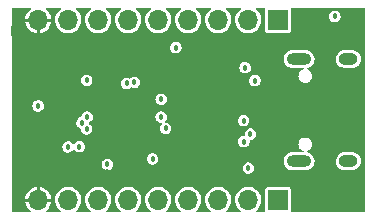
<source format=gbr>
%TF.GenerationSoftware,KiCad,Pcbnew,(6.0.0)*%
%TF.CreationDate,2022-01-12T23:40:10-08:00*%
%TF.ProjectId,lofive-unchained,6c6f6669-7665-42d7-956e-636861696e65,rev?*%
%TF.SameCoordinates,Original*%
%TF.FileFunction,Copper,L2,Inr*%
%TF.FilePolarity,Positive*%
%FSLAX46Y46*%
G04 Gerber Fmt 4.6, Leading zero omitted, Abs format (unit mm)*
G04 Created by KiCad (PCBNEW (6.0.0)) date 2022-01-12 23:40:10*
%MOMM*%
%LPD*%
G01*
G04 APERTURE LIST*
%TA.AperFunction,ComponentPad*%
%ADD10O,2.100000X1.000000*%
%TD*%
%TA.AperFunction,ComponentPad*%
%ADD11O,1.600000X1.000000*%
%TD*%
%TA.AperFunction,ComponentPad*%
%ADD12R,1.700000X1.700000*%
%TD*%
%TA.AperFunction,ComponentPad*%
%ADD13O,1.700000X1.700000*%
%TD*%
%TA.AperFunction,ComponentPad*%
%ADD14R,0.500000X0.900000*%
%TD*%
%TA.AperFunction,ViaPad*%
%ADD15C,0.457200*%
%TD*%
G04 APERTURE END LIST*
D10*
%TO.N,Net-(J3-PadS1)*%
%TO.C,J3*%
X141453200Y-70612600D03*
X141453200Y-79252600D03*
D11*
X145633200Y-70612600D03*
X145633200Y-79252600D03*
%TD*%
D12*
%TO.N,VBUS*%
%TO.C,J1*%
X139690000Y-67310000D03*
D13*
%TO.N,+3V3*%
X137150000Y-67310000D03*
%TO.N,/EN*%
X134610000Y-67310000D03*
%TO.N,/GPIO20*%
X132070000Y-67310000D03*
%TO.N,/GPIO21*%
X129530000Y-67310000D03*
%TO.N,/GPIO2*%
X126990000Y-67310000D03*
%TO.N,/GPIO1*%
X124450000Y-67310000D03*
%TO.N,/GPIO0*%
X121910000Y-67310000D03*
%TO.N,GND*%
X119370000Y-67310000D03*
%TD*%
D12*
%TO.N,/GPIO10*%
%TO.C,J2*%
X139690000Y-82550000D03*
D13*
%TO.N,/GPIO9*%
X137150000Y-82550000D03*
%TO.N,/GPIO8*%
X134610000Y-82550000D03*
%TO.N,/GPIO7*%
X132070000Y-82550000D03*
%TO.N,/GPIO6*%
X129530000Y-82550000D03*
%TO.N,/GPIO5*%
X126990000Y-82550000D03*
%TO.N,/GPIO4*%
X124450000Y-82550000D03*
%TO.N,/GPIO3*%
X121910000Y-82550000D03*
%TO.N,GND*%
X119370000Y-82550000D03*
%TD*%
D14*
%TO.N,GND*%
%TO.C,AE1*%
X117348000Y-68258000D03*
%TD*%
D15*
%TO.N,GND*%
X123088400Y-73228200D03*
X124053600Y-73228200D03*
X129997200Y-79070200D03*
X117678200Y-73939400D03*
X125069600Y-77292200D03*
X123190000Y-83261200D03*
X144488000Y-68643400D03*
X136753600Y-74904600D03*
X120650000Y-83261200D03*
X117703600Y-74980800D03*
X119354600Y-73329800D03*
X144488000Y-82816600D03*
X117627400Y-82575400D03*
X118389400Y-76733400D03*
X118389400Y-80162400D03*
X117729000Y-77266800D03*
X117703600Y-79476600D03*
X118491000Y-69621400D03*
X117449600Y-69392800D03*
X121056400Y-71094600D03*
X117703600Y-72872600D03*
X135890000Y-83261200D03*
X131876800Y-78384400D03*
X134569200Y-79756000D03*
X117424200Y-67056000D03*
X120980200Y-72034400D03*
X127101600Y-69062600D03*
X118364000Y-73329800D03*
X123164600Y-66624200D03*
X118008400Y-68260000D03*
X121691400Y-76172200D03*
X134747000Y-74599800D03*
X130276600Y-71983600D03*
X122478800Y-72567800D03*
X131902200Y-74599800D03*
X117754400Y-76149200D03*
X118313200Y-72263000D03*
X130810000Y-83261200D03*
X117703600Y-71628000D03*
X128092200Y-77266800D03*
X134543800Y-69367400D03*
X125755400Y-83261200D03*
X125069600Y-74269600D03*
X139319000Y-78130400D03*
X126619000Y-75802882D03*
X133350000Y-83261200D03*
X135864600Y-66624200D03*
X134747000Y-78359000D03*
X128270000Y-83261200D03*
X117703600Y-78308200D03*
X128244600Y-66624200D03*
X119176800Y-70129400D03*
X124561600Y-70231000D03*
X125730000Y-66624200D03*
X118364000Y-75565000D03*
X118364000Y-78917800D03*
X131114800Y-72161400D03*
X138125200Y-77190600D03*
X119862600Y-77063600D03*
X138607800Y-71475600D03*
X118389400Y-74447400D03*
X121843800Y-71932800D03*
X137160000Y-78841600D03*
X133324600Y-76454000D03*
X133324600Y-66624200D03*
X128117600Y-74244892D03*
X120624600Y-66624200D03*
X119354600Y-68986400D03*
X118414800Y-81432400D03*
X120370600Y-70459600D03*
X120370600Y-74193400D03*
X130784600Y-66624200D03*
X131013200Y-70637400D03*
X118389400Y-77800200D03*
X117678200Y-80772000D03*
X125223965Y-80178356D03*
X122301000Y-69977000D03*
X119964200Y-76172200D03*
X140030200Y-71145400D03*
%TO.N,+3V3*%
X129043600Y-79058600D03*
X121894600Y-78054200D03*
X131013200Y-69646800D03*
X123469400Y-72415400D03*
X137718800Y-72440800D03*
X136880500Y-71348700D03*
X125216299Y-79521698D03*
X119354600Y-74572000D03*
%TO.N,/EN*%
X144475200Y-67005200D03*
X122859800Y-78028800D03*
%TO.N,/GPIO0*%
X123507678Y-75511927D03*
%TO.N,/GPIO1*%
X123074500Y-76005500D03*
%TO.N,/GPIO2*%
X123469400Y-76530200D03*
%TO.N,/GPIO9*%
X137160000Y-79832200D03*
%TO.N,/GPIO20*%
X127498035Y-72577811D03*
%TO.N,/GPIO21*%
X126849240Y-72679411D03*
%TO.N,Net-(U1-Pad20)*%
X136753600Y-75819000D03*
X130150022Y-76481315D03*
%TO.N,Net-(U1-Pad21)*%
X137337800Y-76962000D03*
X129768600Y-75511906D03*
%TO.N,Net-(U1-Pad24)*%
X136779000Y-77597000D03*
X129768600Y-74015600D03*
%TD*%
%TA.AperFunction,Conductor*%
%TO.N,GND*%
G36*
X118735259Y-66312306D02*
G01*
X118753565Y-66356500D01*
X118735259Y-66400694D01*
X118723023Y-66410212D01*
X118720770Y-66411553D01*
X118716148Y-66414911D01*
X118567910Y-66544912D01*
X118563983Y-66549050D01*
X118441913Y-66703895D01*
X118438809Y-66708674D01*
X118346998Y-66883177D01*
X118344819Y-66888437D01*
X118286346Y-67076752D01*
X118285162Y-67082322D01*
X118274707Y-67170655D01*
X118277290Y-67179811D01*
X118282984Y-67183000D01*
X120454629Y-67183000D01*
X120463419Y-67179359D01*
X120466125Y-67172826D01*
X120460426Y-67110805D01*
X120459385Y-67105187D01*
X120405867Y-66915424D01*
X120403824Y-66910102D01*
X120316616Y-66733261D01*
X120313630Y-66728389D01*
X120195664Y-66570414D01*
X120191841Y-66566169D01*
X120047060Y-66432334D01*
X120042525Y-66428854D01*
X120011626Y-66409358D01*
X119984018Y-66370294D01*
X119992119Y-66323149D01*
X120031183Y-66295541D01*
X120044977Y-66294000D01*
X121230086Y-66294000D01*
X121274280Y-66312306D01*
X121292586Y-66356500D01*
X121274280Y-66400694D01*
X121262044Y-66410212D01*
X121258010Y-66412612D01*
X121105392Y-66546455D01*
X121103616Y-66548708D01*
X121103615Y-66548709D01*
X121038629Y-66631144D01*
X120979720Y-66705869D01*
X120963215Y-66737240D01*
X120894305Y-66868216D01*
X120885203Y-66885515D01*
X120884356Y-66888242D01*
X120884355Y-66888245D01*
X120876828Y-66912487D01*
X120825007Y-67079378D01*
X120801148Y-67280964D01*
X120801336Y-67283828D01*
X120812509Y-67454300D01*
X120814424Y-67483522D01*
X120864392Y-67680269D01*
X120949377Y-67864616D01*
X121066533Y-68030389D01*
X121068587Y-68032390D01*
X121068588Y-68032391D01*
X121129924Y-68092141D01*
X121211938Y-68172035D01*
X121380720Y-68284812D01*
X121466056Y-68321475D01*
X121564588Y-68363808D01*
X121564590Y-68363809D01*
X121567228Y-68364942D01*
X121665484Y-68387175D01*
X121762426Y-68409111D01*
X121762429Y-68409111D01*
X121765216Y-68409742D01*
X121855164Y-68413276D01*
X121965193Y-68417600D01*
X121965197Y-68417600D01*
X121968053Y-68417712D01*
X122168945Y-68388584D01*
X122361165Y-68323334D01*
X122538276Y-68224147D01*
X122694345Y-68094345D01*
X122824147Y-67938276D01*
X122923334Y-67761165D01*
X122988584Y-67568945D01*
X123007715Y-67437000D01*
X123017449Y-67369869D01*
X123017449Y-67369864D01*
X123017712Y-67368053D01*
X123019232Y-67310000D01*
X123016303Y-67278116D01*
X123007228Y-67179359D01*
X123000658Y-67107859D01*
X122993456Y-67082322D01*
X122946335Y-66915244D01*
X122946333Y-66915240D01*
X122945557Y-66912487D01*
X122863601Y-66746295D01*
X122857044Y-66732999D01*
X122857043Y-66732998D01*
X122855776Y-66730428D01*
X122854058Y-66728127D01*
X122736037Y-66570078D01*
X122736036Y-66570076D01*
X122734320Y-66567779D01*
X122585258Y-66429987D01*
X122552563Y-66409358D01*
X122524955Y-66370294D01*
X122533056Y-66323149D01*
X122572120Y-66295541D01*
X122585914Y-66294000D01*
X123770086Y-66294000D01*
X123814280Y-66312306D01*
X123832586Y-66356500D01*
X123814280Y-66400694D01*
X123802044Y-66410212D01*
X123798010Y-66412612D01*
X123645392Y-66546455D01*
X123643616Y-66548708D01*
X123643615Y-66548709D01*
X123578629Y-66631144D01*
X123519720Y-66705869D01*
X123503215Y-66737240D01*
X123434305Y-66868216D01*
X123425203Y-66885515D01*
X123424356Y-66888242D01*
X123424355Y-66888245D01*
X123416828Y-66912487D01*
X123365007Y-67079378D01*
X123341148Y-67280964D01*
X123341336Y-67283828D01*
X123352509Y-67454300D01*
X123354424Y-67483522D01*
X123404392Y-67680269D01*
X123489377Y-67864616D01*
X123606533Y-68030389D01*
X123608587Y-68032390D01*
X123608588Y-68032391D01*
X123669924Y-68092141D01*
X123751938Y-68172035D01*
X123920720Y-68284812D01*
X124006056Y-68321475D01*
X124104588Y-68363808D01*
X124104590Y-68363809D01*
X124107228Y-68364942D01*
X124205484Y-68387175D01*
X124302426Y-68409111D01*
X124302429Y-68409111D01*
X124305216Y-68409742D01*
X124395164Y-68413276D01*
X124505193Y-68417600D01*
X124505197Y-68417600D01*
X124508053Y-68417712D01*
X124708945Y-68388584D01*
X124901165Y-68323334D01*
X125078276Y-68224147D01*
X125234345Y-68094345D01*
X125364147Y-67938276D01*
X125463334Y-67761165D01*
X125528584Y-67568945D01*
X125547715Y-67437000D01*
X125557449Y-67369869D01*
X125557449Y-67369864D01*
X125557712Y-67368053D01*
X125559232Y-67310000D01*
X125556303Y-67278116D01*
X125547228Y-67179359D01*
X125540658Y-67107859D01*
X125533456Y-67082322D01*
X125486335Y-66915244D01*
X125486333Y-66915240D01*
X125485557Y-66912487D01*
X125403601Y-66746295D01*
X125397044Y-66732999D01*
X125397043Y-66732998D01*
X125395776Y-66730428D01*
X125394058Y-66728127D01*
X125276037Y-66570078D01*
X125276036Y-66570076D01*
X125274320Y-66567779D01*
X125125258Y-66429987D01*
X125092563Y-66409358D01*
X125064955Y-66370294D01*
X125073056Y-66323149D01*
X125112120Y-66295541D01*
X125125914Y-66294000D01*
X126310086Y-66294000D01*
X126354280Y-66312306D01*
X126372586Y-66356500D01*
X126354280Y-66400694D01*
X126342044Y-66410212D01*
X126338010Y-66412612D01*
X126185392Y-66546455D01*
X126183616Y-66548708D01*
X126183615Y-66548709D01*
X126118629Y-66631144D01*
X126059720Y-66705869D01*
X126043215Y-66737240D01*
X125974305Y-66868216D01*
X125965203Y-66885515D01*
X125964356Y-66888242D01*
X125964355Y-66888245D01*
X125956828Y-66912487D01*
X125905007Y-67079378D01*
X125881148Y-67280964D01*
X125881336Y-67283828D01*
X125892509Y-67454300D01*
X125894424Y-67483522D01*
X125944392Y-67680269D01*
X126029377Y-67864616D01*
X126146533Y-68030389D01*
X126148587Y-68032390D01*
X126148588Y-68032391D01*
X126209924Y-68092141D01*
X126291938Y-68172035D01*
X126460720Y-68284812D01*
X126546056Y-68321475D01*
X126644588Y-68363808D01*
X126644590Y-68363809D01*
X126647228Y-68364942D01*
X126745484Y-68387175D01*
X126842426Y-68409111D01*
X126842429Y-68409111D01*
X126845216Y-68409742D01*
X126935164Y-68413276D01*
X127045193Y-68417600D01*
X127045197Y-68417600D01*
X127048053Y-68417712D01*
X127248945Y-68388584D01*
X127441165Y-68323334D01*
X127618276Y-68224147D01*
X127774345Y-68094345D01*
X127904147Y-67938276D01*
X128003334Y-67761165D01*
X128068584Y-67568945D01*
X128087715Y-67437000D01*
X128097449Y-67369869D01*
X128097449Y-67369864D01*
X128097712Y-67368053D01*
X128099232Y-67310000D01*
X128096303Y-67278116D01*
X128087228Y-67179359D01*
X128080658Y-67107859D01*
X128073456Y-67082322D01*
X128026335Y-66915244D01*
X128026333Y-66915240D01*
X128025557Y-66912487D01*
X127943601Y-66746295D01*
X127937044Y-66732999D01*
X127937043Y-66732998D01*
X127935776Y-66730428D01*
X127934058Y-66728127D01*
X127816037Y-66570078D01*
X127816036Y-66570076D01*
X127814320Y-66567779D01*
X127665258Y-66429987D01*
X127632563Y-66409358D01*
X127604955Y-66370294D01*
X127613056Y-66323149D01*
X127652120Y-66295541D01*
X127665914Y-66294000D01*
X128850086Y-66294000D01*
X128894280Y-66312306D01*
X128912586Y-66356500D01*
X128894280Y-66400694D01*
X128882044Y-66410212D01*
X128878010Y-66412612D01*
X128725392Y-66546455D01*
X128723616Y-66548708D01*
X128723615Y-66548709D01*
X128658629Y-66631144D01*
X128599720Y-66705869D01*
X128583215Y-66737240D01*
X128514305Y-66868216D01*
X128505203Y-66885515D01*
X128504356Y-66888242D01*
X128504355Y-66888245D01*
X128496828Y-66912487D01*
X128445007Y-67079378D01*
X128421148Y-67280964D01*
X128421336Y-67283828D01*
X128432509Y-67454300D01*
X128434424Y-67483522D01*
X128484392Y-67680269D01*
X128569377Y-67864616D01*
X128686533Y-68030389D01*
X128688587Y-68032390D01*
X128688588Y-68032391D01*
X128749924Y-68092141D01*
X128831938Y-68172035D01*
X129000720Y-68284812D01*
X129086056Y-68321475D01*
X129184588Y-68363808D01*
X129184590Y-68363809D01*
X129187228Y-68364942D01*
X129285484Y-68387175D01*
X129382426Y-68409111D01*
X129382429Y-68409111D01*
X129385216Y-68409742D01*
X129475164Y-68413276D01*
X129585193Y-68417600D01*
X129585197Y-68417600D01*
X129588053Y-68417712D01*
X129788945Y-68388584D01*
X129981165Y-68323334D01*
X130158276Y-68224147D01*
X130314345Y-68094345D01*
X130444147Y-67938276D01*
X130543334Y-67761165D01*
X130608584Y-67568945D01*
X130627715Y-67437000D01*
X130637449Y-67369869D01*
X130637449Y-67369864D01*
X130637712Y-67368053D01*
X130639232Y-67310000D01*
X130636303Y-67278116D01*
X130627228Y-67179359D01*
X130620658Y-67107859D01*
X130613456Y-67082322D01*
X130566335Y-66915244D01*
X130566333Y-66915240D01*
X130565557Y-66912487D01*
X130483601Y-66746295D01*
X130477044Y-66732999D01*
X130477043Y-66732998D01*
X130475776Y-66730428D01*
X130474058Y-66728127D01*
X130356037Y-66570078D01*
X130356036Y-66570076D01*
X130354320Y-66567779D01*
X130205258Y-66429987D01*
X130172563Y-66409358D01*
X130144955Y-66370294D01*
X130153056Y-66323149D01*
X130192120Y-66295541D01*
X130205914Y-66294000D01*
X131390086Y-66294000D01*
X131434280Y-66312306D01*
X131452586Y-66356500D01*
X131434280Y-66400694D01*
X131422044Y-66410212D01*
X131418010Y-66412612D01*
X131265392Y-66546455D01*
X131263616Y-66548708D01*
X131263615Y-66548709D01*
X131198629Y-66631144D01*
X131139720Y-66705869D01*
X131123215Y-66737240D01*
X131054305Y-66868216D01*
X131045203Y-66885515D01*
X131044356Y-66888242D01*
X131044355Y-66888245D01*
X131036828Y-66912487D01*
X130985007Y-67079378D01*
X130961148Y-67280964D01*
X130961336Y-67283828D01*
X130972509Y-67454300D01*
X130974424Y-67483522D01*
X131024392Y-67680269D01*
X131109377Y-67864616D01*
X131226533Y-68030389D01*
X131228587Y-68032390D01*
X131228588Y-68032391D01*
X131289924Y-68092141D01*
X131371938Y-68172035D01*
X131540720Y-68284812D01*
X131626056Y-68321475D01*
X131724588Y-68363808D01*
X131724590Y-68363809D01*
X131727228Y-68364942D01*
X131825484Y-68387175D01*
X131922426Y-68409111D01*
X131922429Y-68409111D01*
X131925216Y-68409742D01*
X132015164Y-68413276D01*
X132125193Y-68417600D01*
X132125197Y-68417600D01*
X132128053Y-68417712D01*
X132328945Y-68388584D01*
X132521165Y-68323334D01*
X132698276Y-68224147D01*
X132854345Y-68094345D01*
X132984147Y-67938276D01*
X133083334Y-67761165D01*
X133148584Y-67568945D01*
X133167715Y-67437000D01*
X133177449Y-67369869D01*
X133177449Y-67369864D01*
X133177712Y-67368053D01*
X133179232Y-67310000D01*
X133176303Y-67278116D01*
X133167228Y-67179359D01*
X133160658Y-67107859D01*
X133153456Y-67082322D01*
X133106335Y-66915244D01*
X133106333Y-66915240D01*
X133105557Y-66912487D01*
X133023601Y-66746295D01*
X133017044Y-66732999D01*
X133017043Y-66732998D01*
X133015776Y-66730428D01*
X133014058Y-66728127D01*
X132896037Y-66570078D01*
X132896036Y-66570076D01*
X132894320Y-66567779D01*
X132745258Y-66429987D01*
X132712563Y-66409358D01*
X132684955Y-66370294D01*
X132693056Y-66323149D01*
X132732120Y-66295541D01*
X132745914Y-66294000D01*
X133930086Y-66294000D01*
X133974280Y-66312306D01*
X133992586Y-66356500D01*
X133974280Y-66400694D01*
X133962044Y-66410212D01*
X133958010Y-66412612D01*
X133805392Y-66546455D01*
X133803616Y-66548708D01*
X133803615Y-66548709D01*
X133738629Y-66631144D01*
X133679720Y-66705869D01*
X133663215Y-66737240D01*
X133594305Y-66868216D01*
X133585203Y-66885515D01*
X133584356Y-66888242D01*
X133584355Y-66888245D01*
X133576828Y-66912487D01*
X133525007Y-67079378D01*
X133501148Y-67280964D01*
X133501336Y-67283828D01*
X133512509Y-67454300D01*
X133514424Y-67483522D01*
X133564392Y-67680269D01*
X133649377Y-67864616D01*
X133766533Y-68030389D01*
X133768587Y-68032390D01*
X133768588Y-68032391D01*
X133829924Y-68092141D01*
X133911938Y-68172035D01*
X134080720Y-68284812D01*
X134166056Y-68321475D01*
X134264588Y-68363808D01*
X134264590Y-68363809D01*
X134267228Y-68364942D01*
X134365484Y-68387175D01*
X134462426Y-68409111D01*
X134462429Y-68409111D01*
X134465216Y-68409742D01*
X134555164Y-68413276D01*
X134665193Y-68417600D01*
X134665197Y-68417600D01*
X134668053Y-68417712D01*
X134868945Y-68388584D01*
X135061165Y-68323334D01*
X135238276Y-68224147D01*
X135394345Y-68094345D01*
X135524147Y-67938276D01*
X135623334Y-67761165D01*
X135688584Y-67568945D01*
X135707715Y-67437000D01*
X135717449Y-67369869D01*
X135717449Y-67369864D01*
X135717712Y-67368053D01*
X135719232Y-67310000D01*
X135716303Y-67278116D01*
X135707228Y-67179359D01*
X135700658Y-67107859D01*
X135693456Y-67082322D01*
X135646335Y-66915244D01*
X135646333Y-66915240D01*
X135645557Y-66912487D01*
X135563601Y-66746295D01*
X135557044Y-66732999D01*
X135557043Y-66732998D01*
X135555776Y-66730428D01*
X135554058Y-66728127D01*
X135436037Y-66570078D01*
X135436036Y-66570076D01*
X135434320Y-66567779D01*
X135285258Y-66429987D01*
X135252563Y-66409358D01*
X135224955Y-66370294D01*
X135233056Y-66323149D01*
X135272120Y-66295541D01*
X135285914Y-66294000D01*
X136470086Y-66294000D01*
X136514280Y-66312306D01*
X136532586Y-66356500D01*
X136514280Y-66400694D01*
X136502044Y-66410212D01*
X136498010Y-66412612D01*
X136345392Y-66546455D01*
X136343616Y-66548708D01*
X136343615Y-66548709D01*
X136278629Y-66631144D01*
X136219720Y-66705869D01*
X136203215Y-66737240D01*
X136134305Y-66868216D01*
X136125203Y-66885515D01*
X136124356Y-66888242D01*
X136124355Y-66888245D01*
X136116828Y-66912487D01*
X136065007Y-67079378D01*
X136041148Y-67280964D01*
X136041336Y-67283828D01*
X136052509Y-67454300D01*
X136054424Y-67483522D01*
X136104392Y-67680269D01*
X136189377Y-67864616D01*
X136306533Y-68030389D01*
X136308587Y-68032390D01*
X136308588Y-68032391D01*
X136369924Y-68092141D01*
X136451938Y-68172035D01*
X136620720Y-68284812D01*
X136706056Y-68321475D01*
X136804588Y-68363808D01*
X136804590Y-68363809D01*
X136807228Y-68364942D01*
X136905484Y-68387175D01*
X137002426Y-68409111D01*
X137002429Y-68409111D01*
X137005216Y-68409742D01*
X137095164Y-68413276D01*
X137205193Y-68417600D01*
X137205197Y-68417600D01*
X137208053Y-68417712D01*
X137408945Y-68388584D01*
X137601165Y-68323334D01*
X137778276Y-68224147D01*
X137934345Y-68094345D01*
X138064147Y-67938276D01*
X138163334Y-67761165D01*
X138228584Y-67568945D01*
X138247715Y-67437000D01*
X138257449Y-67369869D01*
X138257449Y-67369864D01*
X138257712Y-67368053D01*
X138259232Y-67310000D01*
X138256303Y-67278116D01*
X138247228Y-67179359D01*
X138240658Y-67107859D01*
X138233456Y-67082322D01*
X138186335Y-66915244D01*
X138186333Y-66915240D01*
X138185557Y-66912487D01*
X138103601Y-66746295D01*
X138097044Y-66732999D01*
X138097043Y-66732998D01*
X138095776Y-66730428D01*
X138094058Y-66728127D01*
X137976037Y-66570078D01*
X137976036Y-66570076D01*
X137974320Y-66567779D01*
X137825258Y-66429987D01*
X137792563Y-66409358D01*
X137764955Y-66370294D01*
X137773056Y-66323149D01*
X137812120Y-66295541D01*
X137825914Y-66294000D01*
X138537377Y-66294000D01*
X138581571Y-66312306D01*
X138599877Y-66356500D01*
X138598676Y-66368692D01*
X138595709Y-66383606D01*
X138589483Y-66414911D01*
X138585500Y-66434933D01*
X138585501Y-68185066D01*
X138586100Y-68188075D01*
X138586100Y-68188080D01*
X138592909Y-68222313D01*
X138600266Y-68259301D01*
X138656516Y-68343484D01*
X138661633Y-68346903D01*
X138735580Y-68396314D01*
X138735582Y-68396315D01*
X138740699Y-68399734D01*
X138771572Y-68405875D01*
X138811920Y-68413901D01*
X138811923Y-68413901D01*
X138814933Y-68414500D01*
X139690000Y-68414500D01*
X140565066Y-68414499D01*
X140568075Y-68413900D01*
X140568080Y-68413900D01*
X140633263Y-68400935D01*
X140639301Y-68399734D01*
X140723484Y-68343484D01*
X140761931Y-68285945D01*
X140776314Y-68264420D01*
X140776315Y-68264418D01*
X140779734Y-68259301D01*
X140794500Y-68185067D01*
X140794499Y-66999237D01*
X143987168Y-66999237D01*
X143987745Y-67003650D01*
X143987745Y-67003651D01*
X143989507Y-67017125D01*
X144005111Y-67136451D01*
X144060844Y-67263114D01*
X144149887Y-67369043D01*
X144153592Y-67371509D01*
X144153594Y-67371511D01*
X144245643Y-67432784D01*
X144265081Y-67445723D01*
X144397167Y-67486990D01*
X144401617Y-67487072D01*
X144401620Y-67487072D01*
X144531079Y-67489444D01*
X144531082Y-67489444D01*
X144535526Y-67489525D01*
X144594951Y-67473324D01*
X144664734Y-67454300D01*
X144664737Y-67454299D01*
X144669035Y-67453127D01*
X144672831Y-67450796D01*
X144672834Y-67450795D01*
X144783164Y-67383051D01*
X144786962Y-67380719D01*
X144879827Y-67278124D01*
X144940164Y-67153589D01*
X144943048Y-67136451D01*
X144962722Y-67019501D01*
X144963122Y-67017125D01*
X144963268Y-67005200D01*
X144943650Y-66868216D01*
X144886374Y-66742243D01*
X144796044Y-66637410D01*
X144679921Y-66562143D01*
X144547341Y-66522493D01*
X144478152Y-66522071D01*
X144413415Y-66521675D01*
X144413414Y-66521675D01*
X144408962Y-66521648D01*
X144275907Y-66559675D01*
X144158873Y-66633518D01*
X144155930Y-66636850D01*
X144155928Y-66636852D01*
X144070783Y-66733261D01*
X144067269Y-66737240D01*
X144065377Y-66741270D01*
X144010350Y-66858472D01*
X144010349Y-66858475D01*
X144008458Y-66862503D01*
X143987168Y-66999237D01*
X140794499Y-66999237D01*
X140794499Y-66434934D01*
X140793516Y-66429987D01*
X140781324Y-66368692D01*
X140790657Y-66321776D01*
X140830431Y-66295201D01*
X140842623Y-66294000D01*
X147003500Y-66294000D01*
X147047694Y-66312306D01*
X147066000Y-66356500D01*
X147066000Y-83503500D01*
X147047694Y-83547694D01*
X147003500Y-83566000D01*
X140842623Y-83566000D01*
X140798429Y-83547694D01*
X140780123Y-83503500D01*
X140781324Y-83491307D01*
X140793901Y-83428080D01*
X140793901Y-83428077D01*
X140794500Y-83425067D01*
X140794499Y-81674934D01*
X140793516Y-81669987D01*
X140780935Y-81606737D01*
X140779734Y-81600699D01*
X140723484Y-81516516D01*
X140703452Y-81503131D01*
X140644420Y-81463686D01*
X140644418Y-81463685D01*
X140639301Y-81460266D01*
X140603139Y-81453073D01*
X140568080Y-81446099D01*
X140568077Y-81446099D01*
X140565067Y-81445500D01*
X140561996Y-81445500D01*
X139690001Y-81445501D01*
X138814934Y-81445501D01*
X138811925Y-81446100D01*
X138811920Y-81446100D01*
X138746737Y-81459065D01*
X138740699Y-81460266D01*
X138656516Y-81516516D01*
X138653097Y-81521633D01*
X138625326Y-81563195D01*
X138600266Y-81600699D01*
X138599065Y-81606737D01*
X138599065Y-81606738D01*
X138589483Y-81654911D01*
X138585500Y-81674933D01*
X138585501Y-83425066D01*
X138586100Y-83428075D01*
X138586100Y-83428080D01*
X138598676Y-83491308D01*
X138589343Y-83538224D01*
X138549569Y-83564799D01*
X138537377Y-83566000D01*
X137828700Y-83566000D01*
X137784506Y-83547694D01*
X137766200Y-83503500D01*
X137784506Y-83459306D01*
X137788719Y-83455462D01*
X137934345Y-83334345D01*
X138064147Y-83178276D01*
X138163334Y-83001165D01*
X138228584Y-82808945D01*
X138257712Y-82608053D01*
X138259232Y-82550000D01*
X138256303Y-82518116D01*
X138247228Y-82419359D01*
X138240658Y-82347859D01*
X138233456Y-82322322D01*
X138186335Y-82155244D01*
X138186333Y-82155240D01*
X138185557Y-82152487D01*
X138095776Y-81970428D01*
X138094058Y-81968127D01*
X137976037Y-81810078D01*
X137976036Y-81810076D01*
X137974320Y-81807779D01*
X137825258Y-81669987D01*
X137653581Y-81561667D01*
X137465039Y-81486446D01*
X137462233Y-81485888D01*
X137462230Y-81485887D01*
X137268752Y-81447402D01*
X137268750Y-81447402D01*
X137265946Y-81446844D01*
X137170353Y-81445593D01*
X137065833Y-81444224D01*
X137065828Y-81444224D01*
X137062971Y-81444187D01*
X137060151Y-81444672D01*
X137060146Y-81444672D01*
X136969397Y-81460266D01*
X136862910Y-81478564D01*
X136860222Y-81479556D01*
X136860217Y-81479557D01*
X136675151Y-81547832D01*
X136675148Y-81547833D01*
X136672463Y-81548824D01*
X136498010Y-81652612D01*
X136345392Y-81786455D01*
X136219720Y-81945869D01*
X136125203Y-82125515D01*
X136124356Y-82128242D01*
X136124355Y-82128245D01*
X136116828Y-82152487D01*
X136065007Y-82319378D01*
X136041148Y-82520964D01*
X136054424Y-82723522D01*
X136104392Y-82920269D01*
X136189377Y-83104616D01*
X136306533Y-83270389D01*
X136308587Y-83272390D01*
X136308588Y-83272391D01*
X136369924Y-83332141D01*
X136451938Y-83412035D01*
X136511051Y-83451533D01*
X136537627Y-83491307D01*
X136528295Y-83538223D01*
X136488521Y-83564799D01*
X136476328Y-83566000D01*
X135288700Y-83566000D01*
X135244506Y-83547694D01*
X135226200Y-83503500D01*
X135244506Y-83459306D01*
X135248719Y-83455462D01*
X135394345Y-83334345D01*
X135524147Y-83178276D01*
X135623334Y-83001165D01*
X135688584Y-82808945D01*
X135717712Y-82608053D01*
X135719232Y-82550000D01*
X135716303Y-82518116D01*
X135707228Y-82419359D01*
X135700658Y-82347859D01*
X135693456Y-82322322D01*
X135646335Y-82155244D01*
X135646333Y-82155240D01*
X135645557Y-82152487D01*
X135555776Y-81970428D01*
X135554058Y-81968127D01*
X135436037Y-81810078D01*
X135436036Y-81810076D01*
X135434320Y-81807779D01*
X135285258Y-81669987D01*
X135113581Y-81561667D01*
X134925039Y-81486446D01*
X134922233Y-81485888D01*
X134922230Y-81485887D01*
X134728752Y-81447402D01*
X134728750Y-81447402D01*
X134725946Y-81446844D01*
X134630353Y-81445593D01*
X134525833Y-81444224D01*
X134525828Y-81444224D01*
X134522971Y-81444187D01*
X134520151Y-81444672D01*
X134520146Y-81444672D01*
X134429397Y-81460266D01*
X134322910Y-81478564D01*
X134320222Y-81479556D01*
X134320217Y-81479557D01*
X134135151Y-81547832D01*
X134135148Y-81547833D01*
X134132463Y-81548824D01*
X133958010Y-81652612D01*
X133805392Y-81786455D01*
X133679720Y-81945869D01*
X133585203Y-82125515D01*
X133584356Y-82128242D01*
X133584355Y-82128245D01*
X133576828Y-82152487D01*
X133525007Y-82319378D01*
X133501148Y-82520964D01*
X133514424Y-82723522D01*
X133564392Y-82920269D01*
X133649377Y-83104616D01*
X133766533Y-83270389D01*
X133768587Y-83272390D01*
X133768588Y-83272391D01*
X133829924Y-83332141D01*
X133911938Y-83412035D01*
X133971051Y-83451533D01*
X133997627Y-83491307D01*
X133988295Y-83538223D01*
X133948521Y-83564799D01*
X133936328Y-83566000D01*
X132748700Y-83566000D01*
X132704506Y-83547694D01*
X132686200Y-83503500D01*
X132704506Y-83459306D01*
X132708719Y-83455462D01*
X132854345Y-83334345D01*
X132984147Y-83178276D01*
X133083334Y-83001165D01*
X133148584Y-82808945D01*
X133177712Y-82608053D01*
X133179232Y-82550000D01*
X133176303Y-82518116D01*
X133167228Y-82419359D01*
X133160658Y-82347859D01*
X133153456Y-82322322D01*
X133106335Y-82155244D01*
X133106333Y-82155240D01*
X133105557Y-82152487D01*
X133015776Y-81970428D01*
X133014058Y-81968127D01*
X132896037Y-81810078D01*
X132896036Y-81810076D01*
X132894320Y-81807779D01*
X132745258Y-81669987D01*
X132573581Y-81561667D01*
X132385039Y-81486446D01*
X132382233Y-81485888D01*
X132382230Y-81485887D01*
X132188752Y-81447402D01*
X132188750Y-81447402D01*
X132185946Y-81446844D01*
X132090353Y-81445593D01*
X131985833Y-81444224D01*
X131985828Y-81444224D01*
X131982971Y-81444187D01*
X131980151Y-81444672D01*
X131980146Y-81444672D01*
X131889397Y-81460266D01*
X131782910Y-81478564D01*
X131780222Y-81479556D01*
X131780217Y-81479557D01*
X131595151Y-81547832D01*
X131595148Y-81547833D01*
X131592463Y-81548824D01*
X131418010Y-81652612D01*
X131265392Y-81786455D01*
X131139720Y-81945869D01*
X131045203Y-82125515D01*
X131044356Y-82128242D01*
X131044355Y-82128245D01*
X131036828Y-82152487D01*
X130985007Y-82319378D01*
X130961148Y-82520964D01*
X130974424Y-82723522D01*
X131024392Y-82920269D01*
X131109377Y-83104616D01*
X131226533Y-83270389D01*
X131228587Y-83272390D01*
X131228588Y-83272391D01*
X131289924Y-83332141D01*
X131371938Y-83412035D01*
X131431051Y-83451533D01*
X131457627Y-83491307D01*
X131448295Y-83538223D01*
X131408521Y-83564799D01*
X131396328Y-83566000D01*
X130208700Y-83566000D01*
X130164506Y-83547694D01*
X130146200Y-83503500D01*
X130164506Y-83459306D01*
X130168719Y-83455462D01*
X130314345Y-83334345D01*
X130444147Y-83178276D01*
X130543334Y-83001165D01*
X130608584Y-82808945D01*
X130637712Y-82608053D01*
X130639232Y-82550000D01*
X130636303Y-82518116D01*
X130627228Y-82419359D01*
X130620658Y-82347859D01*
X130613456Y-82322322D01*
X130566335Y-82155244D01*
X130566333Y-82155240D01*
X130565557Y-82152487D01*
X130475776Y-81970428D01*
X130474058Y-81968127D01*
X130356037Y-81810078D01*
X130356036Y-81810076D01*
X130354320Y-81807779D01*
X130205258Y-81669987D01*
X130033581Y-81561667D01*
X129845039Y-81486446D01*
X129842233Y-81485888D01*
X129842230Y-81485887D01*
X129648752Y-81447402D01*
X129648750Y-81447402D01*
X129645946Y-81446844D01*
X129550353Y-81445593D01*
X129445833Y-81444224D01*
X129445828Y-81444224D01*
X129442971Y-81444187D01*
X129440151Y-81444672D01*
X129440146Y-81444672D01*
X129349397Y-81460266D01*
X129242910Y-81478564D01*
X129240222Y-81479556D01*
X129240217Y-81479557D01*
X129055151Y-81547832D01*
X129055148Y-81547833D01*
X129052463Y-81548824D01*
X128878010Y-81652612D01*
X128725392Y-81786455D01*
X128599720Y-81945869D01*
X128505203Y-82125515D01*
X128504356Y-82128242D01*
X128504355Y-82128245D01*
X128496828Y-82152487D01*
X128445007Y-82319378D01*
X128421148Y-82520964D01*
X128434424Y-82723522D01*
X128484392Y-82920269D01*
X128569377Y-83104616D01*
X128686533Y-83270389D01*
X128688587Y-83272390D01*
X128688588Y-83272391D01*
X128749924Y-83332141D01*
X128831938Y-83412035D01*
X128891051Y-83451533D01*
X128917627Y-83491307D01*
X128908295Y-83538223D01*
X128868521Y-83564799D01*
X128856328Y-83566000D01*
X127668700Y-83566000D01*
X127624506Y-83547694D01*
X127606200Y-83503500D01*
X127624506Y-83459306D01*
X127628719Y-83455462D01*
X127774345Y-83334345D01*
X127904147Y-83178276D01*
X128003334Y-83001165D01*
X128068584Y-82808945D01*
X128097712Y-82608053D01*
X128099232Y-82550000D01*
X128096303Y-82518116D01*
X128087228Y-82419359D01*
X128080658Y-82347859D01*
X128073456Y-82322322D01*
X128026335Y-82155244D01*
X128026333Y-82155240D01*
X128025557Y-82152487D01*
X127935776Y-81970428D01*
X127934058Y-81968127D01*
X127816037Y-81810078D01*
X127816036Y-81810076D01*
X127814320Y-81807779D01*
X127665258Y-81669987D01*
X127493581Y-81561667D01*
X127305039Y-81486446D01*
X127302233Y-81485888D01*
X127302230Y-81485887D01*
X127108752Y-81447402D01*
X127108750Y-81447402D01*
X127105946Y-81446844D01*
X127010353Y-81445593D01*
X126905833Y-81444224D01*
X126905828Y-81444224D01*
X126902971Y-81444187D01*
X126900151Y-81444672D01*
X126900146Y-81444672D01*
X126809397Y-81460266D01*
X126702910Y-81478564D01*
X126700222Y-81479556D01*
X126700217Y-81479557D01*
X126515151Y-81547832D01*
X126515148Y-81547833D01*
X126512463Y-81548824D01*
X126338010Y-81652612D01*
X126185392Y-81786455D01*
X126059720Y-81945869D01*
X125965203Y-82125515D01*
X125964356Y-82128242D01*
X125964355Y-82128245D01*
X125956828Y-82152487D01*
X125905007Y-82319378D01*
X125881148Y-82520964D01*
X125894424Y-82723522D01*
X125944392Y-82920269D01*
X126029377Y-83104616D01*
X126146533Y-83270389D01*
X126148587Y-83272390D01*
X126148588Y-83272391D01*
X126209924Y-83332141D01*
X126291938Y-83412035D01*
X126351051Y-83451533D01*
X126377627Y-83491307D01*
X126368295Y-83538223D01*
X126328521Y-83564799D01*
X126316328Y-83566000D01*
X125128700Y-83566000D01*
X125084506Y-83547694D01*
X125066200Y-83503500D01*
X125084506Y-83459306D01*
X125088719Y-83455462D01*
X125234345Y-83334345D01*
X125364147Y-83178276D01*
X125463334Y-83001165D01*
X125528584Y-82808945D01*
X125557712Y-82608053D01*
X125559232Y-82550000D01*
X125556303Y-82518116D01*
X125547228Y-82419359D01*
X125540658Y-82347859D01*
X125533456Y-82322322D01*
X125486335Y-82155244D01*
X125486333Y-82155240D01*
X125485557Y-82152487D01*
X125395776Y-81970428D01*
X125394058Y-81968127D01*
X125276037Y-81810078D01*
X125276036Y-81810076D01*
X125274320Y-81807779D01*
X125125258Y-81669987D01*
X124953581Y-81561667D01*
X124765039Y-81486446D01*
X124762233Y-81485888D01*
X124762230Y-81485887D01*
X124568752Y-81447402D01*
X124568750Y-81447402D01*
X124565946Y-81446844D01*
X124470353Y-81445593D01*
X124365833Y-81444224D01*
X124365828Y-81444224D01*
X124362971Y-81444187D01*
X124360151Y-81444672D01*
X124360146Y-81444672D01*
X124269397Y-81460266D01*
X124162910Y-81478564D01*
X124160222Y-81479556D01*
X124160217Y-81479557D01*
X123975151Y-81547832D01*
X123975148Y-81547833D01*
X123972463Y-81548824D01*
X123798010Y-81652612D01*
X123645392Y-81786455D01*
X123519720Y-81945869D01*
X123425203Y-82125515D01*
X123424356Y-82128242D01*
X123424355Y-82128245D01*
X123416828Y-82152487D01*
X123365007Y-82319378D01*
X123341148Y-82520964D01*
X123354424Y-82723522D01*
X123404392Y-82920269D01*
X123489377Y-83104616D01*
X123606533Y-83270389D01*
X123608587Y-83272390D01*
X123608588Y-83272391D01*
X123669924Y-83332141D01*
X123751938Y-83412035D01*
X123811051Y-83451533D01*
X123837627Y-83491307D01*
X123828295Y-83538223D01*
X123788521Y-83564799D01*
X123776328Y-83566000D01*
X122588700Y-83566000D01*
X122544506Y-83547694D01*
X122526200Y-83503500D01*
X122544506Y-83459306D01*
X122548719Y-83455462D01*
X122694345Y-83334345D01*
X122824147Y-83178276D01*
X122923334Y-83001165D01*
X122988584Y-82808945D01*
X123017712Y-82608053D01*
X123019232Y-82550000D01*
X123016303Y-82518116D01*
X123007228Y-82419359D01*
X123000658Y-82347859D01*
X122993456Y-82322322D01*
X122946335Y-82155244D01*
X122946333Y-82155240D01*
X122945557Y-82152487D01*
X122855776Y-81970428D01*
X122854058Y-81968127D01*
X122736037Y-81810078D01*
X122736036Y-81810076D01*
X122734320Y-81807779D01*
X122585258Y-81669987D01*
X122413581Y-81561667D01*
X122225039Y-81486446D01*
X122222233Y-81485888D01*
X122222230Y-81485887D01*
X122028752Y-81447402D01*
X122028750Y-81447402D01*
X122025946Y-81446844D01*
X121930353Y-81445593D01*
X121825833Y-81444224D01*
X121825828Y-81444224D01*
X121822971Y-81444187D01*
X121820151Y-81444672D01*
X121820146Y-81444672D01*
X121729397Y-81460266D01*
X121622910Y-81478564D01*
X121620222Y-81479556D01*
X121620217Y-81479557D01*
X121435151Y-81547832D01*
X121435148Y-81547833D01*
X121432463Y-81548824D01*
X121258010Y-81652612D01*
X121105392Y-81786455D01*
X120979720Y-81945869D01*
X120885203Y-82125515D01*
X120884356Y-82128242D01*
X120884355Y-82128245D01*
X120876828Y-82152487D01*
X120825007Y-82319378D01*
X120801148Y-82520964D01*
X120814424Y-82723522D01*
X120864392Y-82920269D01*
X120949377Y-83104616D01*
X121066533Y-83270389D01*
X121068587Y-83272390D01*
X121068588Y-83272391D01*
X121129924Y-83332141D01*
X121211938Y-83412035D01*
X121271051Y-83451533D01*
X121297627Y-83491307D01*
X121288295Y-83538223D01*
X121248521Y-83564799D01*
X121236328Y-83566000D01*
X120047920Y-83566000D01*
X120003726Y-83547694D01*
X119985420Y-83503500D01*
X120003726Y-83459306D01*
X120007955Y-83455447D01*
X120151793Y-83335819D01*
X120155819Y-83331793D01*
X120281902Y-83180194D01*
X120285133Y-83175492D01*
X120381475Y-83003460D01*
X120383796Y-82998247D01*
X120447175Y-82811541D01*
X120448507Y-82805992D01*
X120465426Y-82689304D01*
X120463084Y-82680082D01*
X120457904Y-82677000D01*
X118284307Y-82677000D01*
X118276632Y-82680179D01*
X118272759Y-82690471D01*
X118274732Y-82720581D01*
X118275626Y-82726224D01*
X118324159Y-82917323D01*
X118326066Y-82922707D01*
X118408612Y-83101761D01*
X118411468Y-83106708D01*
X118525257Y-83267717D01*
X118528970Y-83272065D01*
X118670203Y-83409647D01*
X118674636Y-83413236D01*
X118731950Y-83451533D01*
X118758526Y-83491307D01*
X118749194Y-83538223D01*
X118709420Y-83564799D01*
X118697227Y-83566000D01*
X117181900Y-83566000D01*
X117137706Y-83547694D01*
X117119400Y-83503500D01*
X117119400Y-82410655D01*
X118274707Y-82410655D01*
X118277290Y-82419811D01*
X118282984Y-82423000D01*
X119230569Y-82423000D01*
X119239359Y-82419359D01*
X119243000Y-82410569D01*
X119497000Y-82410569D01*
X119500641Y-82419359D01*
X119509431Y-82423000D01*
X120454629Y-82423000D01*
X120463419Y-82419359D01*
X120466125Y-82412826D01*
X120460426Y-82350805D01*
X120459385Y-82345187D01*
X120405867Y-82155424D01*
X120403824Y-82150102D01*
X120316616Y-81973261D01*
X120313630Y-81968389D01*
X120195664Y-81810414D01*
X120191841Y-81806169D01*
X120047060Y-81672334D01*
X120042525Y-81668854D01*
X119875774Y-81563642D01*
X119870696Y-81561054D01*
X119687553Y-81487988D01*
X119682087Y-81486369D01*
X119509193Y-81451978D01*
X119499861Y-81453834D01*
X119497000Y-81458117D01*
X119497000Y-82410569D01*
X119243000Y-82410569D01*
X119243000Y-81463994D01*
X119239359Y-81455204D01*
X119234214Y-81453073D01*
X119085870Y-81478563D01*
X119080347Y-81480042D01*
X118895367Y-81548285D01*
X118890218Y-81550741D01*
X118720770Y-81651552D01*
X118716148Y-81654911D01*
X118567910Y-81784912D01*
X118563983Y-81789050D01*
X118441913Y-81943895D01*
X118438809Y-81948674D01*
X118346998Y-82123177D01*
X118344819Y-82128437D01*
X118286346Y-82316752D01*
X118285162Y-82322322D01*
X118274707Y-82410655D01*
X117119400Y-82410655D01*
X117119400Y-79515735D01*
X124728267Y-79515735D01*
X124728844Y-79520148D01*
X124728844Y-79520149D01*
X124733014Y-79552037D01*
X124746210Y-79652949D01*
X124748003Y-79657024D01*
X124798009Y-79770671D01*
X124801943Y-79779612D01*
X124890986Y-79885541D01*
X124894691Y-79888007D01*
X124894693Y-79888009D01*
X124962389Y-79933071D01*
X125006180Y-79962221D01*
X125138266Y-80003488D01*
X125142716Y-80003570D01*
X125142719Y-80003570D01*
X125272178Y-80005942D01*
X125272181Y-80005942D01*
X125276625Y-80006023D01*
X125369918Y-79980589D01*
X125405833Y-79970798D01*
X125405836Y-79970797D01*
X125410134Y-79969625D01*
X125413930Y-79967294D01*
X125413933Y-79967293D01*
X125524263Y-79899549D01*
X125528061Y-79897217D01*
X125592309Y-79826237D01*
X136671968Y-79826237D01*
X136672545Y-79830650D01*
X136672545Y-79830651D01*
X136674307Y-79844125D01*
X136689911Y-79963451D01*
X136691704Y-79967526D01*
X136709091Y-80007040D01*
X136745644Y-80090114D01*
X136834687Y-80196043D01*
X136838392Y-80198509D01*
X136838394Y-80198511D01*
X136930443Y-80259784D01*
X136949881Y-80272723D01*
X137081967Y-80313990D01*
X137086417Y-80314072D01*
X137086420Y-80314072D01*
X137215879Y-80316444D01*
X137215882Y-80316444D01*
X137220326Y-80316525D01*
X137279751Y-80300324D01*
X137349534Y-80281300D01*
X137349537Y-80281299D01*
X137353835Y-80280127D01*
X137357631Y-80277796D01*
X137357634Y-80277795D01*
X137467964Y-80210051D01*
X137471762Y-80207719D01*
X137564627Y-80105124D01*
X137624964Y-79980589D01*
X137626612Y-79970798D01*
X137641511Y-79882234D01*
X137647922Y-79844125D01*
X137648068Y-79832200D01*
X137628450Y-79695216D01*
X137571174Y-79569243D01*
X137480844Y-79464410D01*
X137364721Y-79389143D01*
X137349912Y-79384714D01*
X137317330Y-79374970D01*
X137232141Y-79349493D01*
X137162951Y-79349070D01*
X137098215Y-79348675D01*
X137098214Y-79348675D01*
X137093762Y-79348648D01*
X136960707Y-79386675D01*
X136843673Y-79460518D01*
X136840730Y-79463850D01*
X136840728Y-79463852D01*
X136773060Y-79540472D01*
X136752069Y-79564240D01*
X136750177Y-79568270D01*
X136695150Y-79685472D01*
X136695149Y-79685475D01*
X136693258Y-79689503D01*
X136671968Y-79826237D01*
X125592309Y-79826237D01*
X125620926Y-79794622D01*
X125681263Y-79670087D01*
X125684147Y-79652949D01*
X125698392Y-79568270D01*
X125704221Y-79533623D01*
X125704367Y-79521698D01*
X125684749Y-79384714D01*
X125627473Y-79258741D01*
X125537143Y-79153908D01*
X125421020Y-79078641D01*
X125334069Y-79052637D01*
X128555568Y-79052637D01*
X128556145Y-79057050D01*
X128556145Y-79057051D01*
X128557907Y-79070525D01*
X128573511Y-79189851D01*
X128575304Y-79193926D01*
X128619197Y-79293680D01*
X128629244Y-79316514D01*
X128632108Y-79319921D01*
X128691518Y-79390597D01*
X128718287Y-79422443D01*
X128721992Y-79424909D01*
X128721994Y-79424911D01*
X128780494Y-79463852D01*
X128833481Y-79499123D01*
X128965567Y-79540390D01*
X128970017Y-79540472D01*
X128970020Y-79540472D01*
X129099479Y-79542844D01*
X129099482Y-79542844D01*
X129103926Y-79542925D01*
X129172933Y-79524112D01*
X129233134Y-79507700D01*
X129233137Y-79507699D01*
X129237435Y-79506527D01*
X129241231Y-79504196D01*
X129241234Y-79504195D01*
X129351564Y-79436451D01*
X129355362Y-79434119D01*
X129448227Y-79331524D01*
X129466562Y-79293680D01*
X140144676Y-79293680D01*
X140174471Y-79467077D01*
X140243356Y-79628968D01*
X140347637Y-79770671D01*
X140481720Y-79884582D01*
X140638412Y-79964593D01*
X140809308Y-80006411D01*
X140816905Y-80006882D01*
X140819445Y-80007040D01*
X140819449Y-80007040D01*
X140820414Y-80007100D01*
X142047253Y-80007100D01*
X142049043Y-80006891D01*
X142049048Y-80006891D01*
X142099024Y-80001064D01*
X142177954Y-79991862D01*
X142343334Y-79931832D01*
X142490468Y-79835366D01*
X142611464Y-79707640D01*
X142699832Y-79555504D01*
X142750830Y-79387120D01*
X142756627Y-79293680D01*
X144574676Y-79293680D01*
X144604471Y-79467077D01*
X144673356Y-79628968D01*
X144777637Y-79770671D01*
X144911720Y-79884582D01*
X145068412Y-79964593D01*
X145239308Y-80006411D01*
X145246905Y-80006882D01*
X145249445Y-80007040D01*
X145249449Y-80007040D01*
X145250414Y-80007100D01*
X145977253Y-80007100D01*
X145979043Y-80006891D01*
X145979048Y-80006891D01*
X146029024Y-80001064D01*
X146107954Y-79991862D01*
X146273334Y-79931832D01*
X146420468Y-79835366D01*
X146541464Y-79707640D01*
X146629832Y-79555504D01*
X146680830Y-79387120D01*
X146691724Y-79211520D01*
X146661929Y-79038123D01*
X146593044Y-78876232D01*
X146488763Y-78734529D01*
X146354680Y-78620618D01*
X146197988Y-78540607D01*
X146027092Y-78498789D01*
X146019355Y-78498309D01*
X146016955Y-78498160D01*
X146016951Y-78498160D01*
X146015986Y-78498100D01*
X145289147Y-78498100D01*
X145287357Y-78498309D01*
X145287352Y-78498309D01*
X145244545Y-78503300D01*
X145158446Y-78513338D01*
X144993066Y-78573368D01*
X144990033Y-78575356D01*
X144990032Y-78575357D01*
X144951035Y-78600925D01*
X144845932Y-78669834D01*
X144843434Y-78672471D01*
X144734653Y-78787303D01*
X144724936Y-78797560D01*
X144636568Y-78949696D01*
X144635518Y-78953163D01*
X144596782Y-79081062D01*
X144585570Y-79118080D01*
X144574676Y-79293680D01*
X142756627Y-79293680D01*
X142761724Y-79211520D01*
X142731929Y-79038123D01*
X142663044Y-78876232D01*
X142558763Y-78734529D01*
X142424680Y-78620618D01*
X142267988Y-78540607D01*
X142134724Y-78507998D01*
X142096148Y-78479712D01*
X142088871Y-78432434D01*
X142117157Y-78393857D01*
X142132025Y-78387507D01*
X142134480Y-78387184D01*
X142275450Y-78328792D01*
X142396504Y-78235904D01*
X142489392Y-78114850D01*
X142490959Y-78111067D01*
X142546216Y-77977666D01*
X142546216Y-77977664D01*
X142547784Y-77973880D01*
X142549176Y-77963311D01*
X142567165Y-77826664D01*
X142567700Y-77822600D01*
X142556957Y-77740999D01*
X142548319Y-77675382D01*
X142548319Y-77675380D01*
X142547784Y-77671320D01*
X142543514Y-77661010D01*
X142490959Y-77534133D01*
X142489392Y-77530350D01*
X142396504Y-77409296D01*
X142275450Y-77316408D01*
X142271667Y-77314841D01*
X142138266Y-77259584D01*
X142138264Y-77259584D01*
X142134480Y-77258016D01*
X142130418Y-77257481D01*
X142130417Y-77257481D01*
X142023211Y-77243367D01*
X142023205Y-77243367D01*
X142021180Y-77243100D01*
X141945220Y-77243100D01*
X141943195Y-77243367D01*
X141943189Y-77243367D01*
X141835983Y-77257481D01*
X141835982Y-77257481D01*
X141831920Y-77258016D01*
X141828136Y-77259584D01*
X141828134Y-77259584D01*
X141694733Y-77314841D01*
X141690950Y-77316408D01*
X141569896Y-77409296D01*
X141477008Y-77530350D01*
X141475441Y-77534133D01*
X141422887Y-77661010D01*
X141418616Y-77671320D01*
X141418081Y-77675380D01*
X141418081Y-77675382D01*
X141409443Y-77740999D01*
X141398700Y-77822600D01*
X141399235Y-77826664D01*
X141417225Y-77963311D01*
X141418616Y-77973880D01*
X141420184Y-77977664D01*
X141420184Y-77977666D01*
X141475441Y-78111067D01*
X141477008Y-78114850D01*
X141569896Y-78235904D01*
X141690950Y-78328792D01*
X141694733Y-78330359D01*
X141809405Y-78377858D01*
X141843230Y-78411682D01*
X141843229Y-78459518D01*
X141809405Y-78493343D01*
X141785487Y-78498100D01*
X140859147Y-78498100D01*
X140857357Y-78498309D01*
X140857352Y-78498309D01*
X140814545Y-78503300D01*
X140728446Y-78513338D01*
X140563066Y-78573368D01*
X140560033Y-78575356D01*
X140560032Y-78575357D01*
X140521035Y-78600925D01*
X140415932Y-78669834D01*
X140413434Y-78672471D01*
X140304653Y-78787303D01*
X140294936Y-78797560D01*
X140206568Y-78949696D01*
X140205518Y-78953163D01*
X140166782Y-79081062D01*
X140155570Y-79118080D01*
X140144676Y-79293680D01*
X129466562Y-79293680D01*
X129508564Y-79206989D01*
X129511448Y-79189851D01*
X129529749Y-79081062D01*
X129531522Y-79070525D01*
X129531668Y-79058600D01*
X129512050Y-78921616D01*
X129454774Y-78795643D01*
X129364444Y-78690810D01*
X129248321Y-78615543D01*
X129115741Y-78575893D01*
X129046551Y-78575470D01*
X128981815Y-78575075D01*
X128981814Y-78575075D01*
X128977362Y-78575048D01*
X128844307Y-78613075D01*
X128727273Y-78686918D01*
X128724330Y-78690250D01*
X128724328Y-78690252D01*
X128685224Y-78734529D01*
X128635669Y-78790640D01*
X128633777Y-78794670D01*
X128578750Y-78911872D01*
X128578749Y-78911875D01*
X128576858Y-78915903D01*
X128555568Y-79052637D01*
X125334069Y-79052637D01*
X125288440Y-79038991D01*
X125219251Y-79038569D01*
X125154514Y-79038173D01*
X125154513Y-79038173D01*
X125150061Y-79038146D01*
X125017006Y-79076173D01*
X124899972Y-79150016D01*
X124897029Y-79153348D01*
X124897027Y-79153350D01*
X124811315Y-79250401D01*
X124808368Y-79253738D01*
X124806476Y-79257768D01*
X124751449Y-79374970D01*
X124751448Y-79374973D01*
X124749557Y-79379001D01*
X124728267Y-79515735D01*
X117119400Y-79515735D01*
X117119400Y-78048237D01*
X121406568Y-78048237D01*
X121407145Y-78052650D01*
X121407145Y-78052651D01*
X121410563Y-78078790D01*
X121424511Y-78185451D01*
X121426304Y-78189526D01*
X121469068Y-78286714D01*
X121480244Y-78312114D01*
X121492861Y-78327124D01*
X121550011Y-78395111D01*
X121569287Y-78418043D01*
X121572992Y-78420509D01*
X121572994Y-78420511D01*
X121642614Y-78466854D01*
X121684481Y-78494723D01*
X121816567Y-78535990D01*
X121821017Y-78536072D01*
X121821020Y-78536072D01*
X121950479Y-78538444D01*
X121950482Y-78538444D01*
X121954926Y-78538525D01*
X122014351Y-78522324D01*
X122084134Y-78503300D01*
X122084137Y-78503299D01*
X122088435Y-78502127D01*
X122092231Y-78499796D01*
X122092234Y-78499795D01*
X122202564Y-78432051D01*
X122206362Y-78429719D01*
X122299227Y-78327124D01*
X122326195Y-78271462D01*
X122361938Y-78239672D01*
X122409692Y-78242467D01*
X122439648Y-78273542D01*
X122443650Y-78282638D01*
X122443652Y-78282641D01*
X122445444Y-78286714D01*
X122534487Y-78392643D01*
X122538192Y-78395109D01*
X122538194Y-78395111D01*
X122590185Y-78429719D01*
X122649681Y-78469323D01*
X122781767Y-78510590D01*
X122786217Y-78510672D01*
X122786220Y-78510672D01*
X122915679Y-78513044D01*
X122915682Y-78513044D01*
X122920126Y-78513125D01*
X122992687Y-78493343D01*
X123049334Y-78477900D01*
X123049337Y-78477899D01*
X123053635Y-78476727D01*
X123057431Y-78474396D01*
X123057434Y-78474395D01*
X123167764Y-78406651D01*
X123171562Y-78404319D01*
X123264427Y-78301724D01*
X123324764Y-78177189D01*
X123327648Y-78160051D01*
X123341542Y-78077461D01*
X123347722Y-78040725D01*
X123347762Y-78037523D01*
X123347838Y-78031214D01*
X123347868Y-78028800D01*
X123328250Y-77891816D01*
X123270974Y-77765843D01*
X123189528Y-77671320D01*
X123183547Y-77664379D01*
X123180644Y-77661010D01*
X123072689Y-77591037D01*
X136290968Y-77591037D01*
X136291545Y-77595450D01*
X136291545Y-77595451D01*
X136293274Y-77608675D01*
X136308911Y-77728251D01*
X136310704Y-77732326D01*
X136352214Y-77826664D01*
X136364644Y-77854914D01*
X136453687Y-77960843D01*
X136457392Y-77963309D01*
X136457394Y-77963311D01*
X136549443Y-78024584D01*
X136568881Y-78037523D01*
X136700967Y-78078790D01*
X136705417Y-78078872D01*
X136705420Y-78078872D01*
X136834879Y-78081244D01*
X136834882Y-78081244D01*
X136839326Y-78081325D01*
X136898751Y-78065124D01*
X136968534Y-78046100D01*
X136968537Y-78046099D01*
X136972835Y-78044927D01*
X136976631Y-78042596D01*
X136976634Y-78042595D01*
X137086964Y-77974851D01*
X137090762Y-77972519D01*
X137183627Y-77869924D01*
X137243964Y-77745389D01*
X137246848Y-77728251D01*
X137259214Y-77654744D01*
X137266922Y-77608925D01*
X137267068Y-77597000D01*
X137259832Y-77546472D01*
X137255499Y-77516216D01*
X137267355Y-77469873D01*
X137308508Y-77445487D01*
X137318509Y-77444866D01*
X137349691Y-77445438D01*
X137393679Y-77446244D01*
X137393682Y-77446244D01*
X137398126Y-77446325D01*
X137457551Y-77430124D01*
X137527334Y-77411100D01*
X137527337Y-77411099D01*
X137531635Y-77409927D01*
X137535431Y-77407596D01*
X137535434Y-77407595D01*
X137645764Y-77339851D01*
X137649562Y-77337519D01*
X137742427Y-77234924D01*
X137802764Y-77110389D01*
X137805648Y-77093251D01*
X137819542Y-77010661D01*
X137825722Y-76973925D01*
X137825762Y-76970723D01*
X137825824Y-76965559D01*
X137825868Y-76962000D01*
X137806250Y-76825016D01*
X137748974Y-76699043D01*
X137674461Y-76612566D01*
X137661547Y-76597579D01*
X137658644Y-76594210D01*
X137542521Y-76518943D01*
X137409941Y-76479293D01*
X137340752Y-76478871D01*
X137276015Y-76478475D01*
X137276014Y-76478475D01*
X137271562Y-76478448D01*
X137138507Y-76516475D01*
X137021473Y-76590318D01*
X137018530Y-76593650D01*
X137018528Y-76593652D01*
X136947392Y-76674199D01*
X136929869Y-76694040D01*
X136927977Y-76698070D01*
X136872950Y-76815272D01*
X136872949Y-76815275D01*
X136871058Y-76819303D01*
X136849768Y-76956037D01*
X136850345Y-76960450D01*
X136850345Y-76960452D01*
X136861188Y-77043371D01*
X136848767Y-77089566D01*
X136807320Y-77113447D01*
X136798840Y-77113974D01*
X136743304Y-77113635D01*
X136717215Y-77113475D01*
X136717214Y-77113475D01*
X136712762Y-77113448D01*
X136579707Y-77151475D01*
X136462673Y-77225318D01*
X136459730Y-77228650D01*
X136459728Y-77228652D01*
X136433795Y-77258016D01*
X136371069Y-77329040D01*
X136369177Y-77333070D01*
X136314150Y-77450272D01*
X136314149Y-77450275D01*
X136312258Y-77454303D01*
X136290968Y-77591037D01*
X123072689Y-77591037D01*
X123064521Y-77585743D01*
X122931941Y-77546093D01*
X122862751Y-77545670D01*
X122798015Y-77545275D01*
X122798014Y-77545275D01*
X122793562Y-77545248D01*
X122660507Y-77583275D01*
X122543473Y-77657118D01*
X122540530Y-77660450D01*
X122540528Y-77660452D01*
X122469392Y-77740999D01*
X122451869Y-77760840D01*
X122449977Y-77764870D01*
X122428112Y-77811440D01*
X122392759Y-77843665D01*
X122344975Y-77841453D01*
X122314642Y-77810747D01*
X122307617Y-77795295D01*
X122307615Y-77795291D01*
X122305774Y-77791243D01*
X122215444Y-77686410D01*
X122099321Y-77611143D01*
X121966741Y-77571493D01*
X121897551Y-77571070D01*
X121832815Y-77570675D01*
X121832814Y-77570675D01*
X121828362Y-77570648D01*
X121695307Y-77608675D01*
X121578273Y-77682518D01*
X121575330Y-77685850D01*
X121575328Y-77685852D01*
X121509101Y-77760840D01*
X121486669Y-77786240D01*
X121484777Y-77790270D01*
X121429750Y-77907472D01*
X121429749Y-77907475D01*
X121427858Y-77911503D01*
X121406568Y-78048237D01*
X117119400Y-78048237D01*
X117119400Y-75999537D01*
X122586468Y-75999537D01*
X122604411Y-76136751D01*
X122606204Y-76140826D01*
X122657346Y-76257054D01*
X122660144Y-76263414D01*
X122663008Y-76266821D01*
X122724754Y-76340276D01*
X122749187Y-76369343D01*
X122752892Y-76371809D01*
X122752894Y-76371811D01*
X122791674Y-76397625D01*
X122864381Y-76446023D01*
X122903814Y-76458343D01*
X122938078Y-76469048D01*
X122974803Y-76499700D01*
X122980704Y-76524324D01*
X122981368Y-76524237D01*
X122999311Y-76661451D01*
X123001104Y-76665526D01*
X123041591Y-76757539D01*
X123055044Y-76788114D01*
X123144087Y-76894043D01*
X123147792Y-76896509D01*
X123147794Y-76896511D01*
X123230613Y-76951640D01*
X123259281Y-76970723D01*
X123391367Y-77011990D01*
X123395817Y-77012072D01*
X123395820Y-77012072D01*
X123525279Y-77014444D01*
X123525282Y-77014444D01*
X123529726Y-77014525D01*
X123589151Y-76998324D01*
X123658934Y-76979300D01*
X123658937Y-76979299D01*
X123663235Y-76978127D01*
X123667031Y-76975796D01*
X123667034Y-76975795D01*
X123777364Y-76908051D01*
X123781162Y-76905719D01*
X123874027Y-76803124D01*
X123934364Y-76678589D01*
X123937248Y-76661451D01*
X123956922Y-76544501D01*
X123957322Y-76542125D01*
X123957468Y-76530200D01*
X123937850Y-76393216D01*
X123880574Y-76267243D01*
X123790244Y-76162410D01*
X123674121Y-76087143D01*
X123669852Y-76085866D01*
X123665815Y-76084001D01*
X123666996Y-76081445D01*
X123636852Y-76056739D01*
X123632132Y-76009137D01*
X123662455Y-75972140D01*
X123675514Y-75966942D01*
X123697212Y-75961027D01*
X123697215Y-75961026D01*
X123701513Y-75959854D01*
X123705309Y-75957523D01*
X123705312Y-75957522D01*
X123815642Y-75889778D01*
X123819440Y-75887446D01*
X123912305Y-75784851D01*
X123972642Y-75660316D01*
X123973385Y-75655905D01*
X123995200Y-75526228D01*
X123995600Y-75523852D01*
X123995640Y-75520644D01*
X123995716Y-75514341D01*
X123995746Y-75511927D01*
X123994889Y-75505943D01*
X129280568Y-75505943D01*
X129281145Y-75510356D01*
X129281145Y-75510357D01*
X129283749Y-75530271D01*
X129298511Y-75643157D01*
X129300304Y-75647232D01*
X129341814Y-75741570D01*
X129354244Y-75769820D01*
X129443287Y-75875749D01*
X129446992Y-75878215D01*
X129446994Y-75878217D01*
X129460776Y-75887391D01*
X129558481Y-75952429D01*
X129690567Y-75993696D01*
X129695017Y-75993778D01*
X129695020Y-75993778D01*
X129799829Y-75995698D01*
X129843680Y-76014811D01*
X129861174Y-76059333D01*
X129839191Y-76105785D01*
X129837463Y-76107256D01*
X129833695Y-76109633D01*
X129830746Y-76112972D01*
X129766859Y-76185311D01*
X129742091Y-76213355D01*
X129740199Y-76217385D01*
X129685172Y-76334587D01*
X129685171Y-76334590D01*
X129683280Y-76338618D01*
X129661990Y-76475352D01*
X129662567Y-76479765D01*
X129662567Y-76479766D01*
X129664329Y-76493240D01*
X129679933Y-76612566D01*
X129681726Y-76616641D01*
X129719767Y-76703095D01*
X129735666Y-76739229D01*
X129738530Y-76742636D01*
X129802976Y-76819303D01*
X129824709Y-76845158D01*
X129828414Y-76847624D01*
X129828416Y-76847626D01*
X129893029Y-76890636D01*
X129939903Y-76921838D01*
X130071989Y-76963105D01*
X130076439Y-76963187D01*
X130076442Y-76963187D01*
X130205901Y-76965559D01*
X130205904Y-76965559D01*
X130210348Y-76965640D01*
X130269773Y-76949439D01*
X130339556Y-76930415D01*
X130339559Y-76930414D01*
X130343857Y-76929242D01*
X130347653Y-76926911D01*
X130347656Y-76926910D01*
X130457986Y-76859166D01*
X130461784Y-76856834D01*
X130554649Y-76754239D01*
X130614986Y-76629704D01*
X130617870Y-76612566D01*
X130632127Y-76527814D01*
X130637944Y-76493240D01*
X130638090Y-76481315D01*
X130618472Y-76344331D01*
X130561196Y-76218358D01*
X130470866Y-76113525D01*
X130354743Y-76038258D01*
X130222163Y-75998608D01*
X130118954Y-75997978D01*
X130074874Y-75979403D01*
X130056838Y-75935097D01*
X130075413Y-75891016D01*
X130077304Y-75889302D01*
X130080362Y-75887425D01*
X130147695Y-75813037D01*
X136265568Y-75813037D01*
X136266145Y-75817450D01*
X136266145Y-75817451D01*
X136267907Y-75830925D01*
X136283511Y-75950251D01*
X136285304Y-75954326D01*
X136330367Y-76056739D01*
X136339244Y-76076914D01*
X136428287Y-76182843D01*
X136431992Y-76185309D01*
X136431994Y-76185311D01*
X136469111Y-76210018D01*
X136543481Y-76259523D01*
X136675567Y-76300790D01*
X136680017Y-76300872D01*
X136680020Y-76300872D01*
X136809479Y-76303244D01*
X136809482Y-76303244D01*
X136813926Y-76303325D01*
X136873351Y-76287124D01*
X136943134Y-76268100D01*
X136943137Y-76268099D01*
X136947435Y-76266927D01*
X136951231Y-76264596D01*
X136951234Y-76264595D01*
X137061564Y-76196851D01*
X137065362Y-76194519D01*
X137158227Y-76091924D01*
X137218564Y-75967389D01*
X137219635Y-75961027D01*
X137241122Y-75833301D01*
X137241522Y-75830925D01*
X137241668Y-75819000D01*
X137222050Y-75682016D01*
X137164774Y-75556043D01*
X137074444Y-75451210D01*
X136958321Y-75375943D01*
X136950514Y-75373608D01*
X136915049Y-75363002D01*
X136825741Y-75336293D01*
X136756552Y-75335871D01*
X136691815Y-75335475D01*
X136691814Y-75335475D01*
X136687362Y-75335448D01*
X136554307Y-75373475D01*
X136437273Y-75447318D01*
X136434330Y-75450650D01*
X136434328Y-75450652D01*
X136348616Y-75547703D01*
X136345669Y-75551040D01*
X136336419Y-75570741D01*
X136288750Y-75672272D01*
X136288749Y-75672275D01*
X136286858Y-75676303D01*
X136265568Y-75813037D01*
X130147695Y-75813037D01*
X130173227Y-75784830D01*
X130233564Y-75660295D01*
X130236448Y-75643157D01*
X130251103Y-75556043D01*
X130256522Y-75523831D01*
X130256668Y-75511906D01*
X130237050Y-75374922D01*
X130179774Y-75248949D01*
X130089444Y-75144116D01*
X129973321Y-75068849D01*
X129961050Y-75065179D01*
X129927528Y-75055154D01*
X129840741Y-75029199D01*
X129771552Y-75028777D01*
X129706815Y-75028381D01*
X129706814Y-75028381D01*
X129702362Y-75028354D01*
X129569307Y-75066381D01*
X129452273Y-75140224D01*
X129449330Y-75143556D01*
X129449328Y-75143558D01*
X129363616Y-75240609D01*
X129360669Y-75243946D01*
X129358777Y-75247976D01*
X129303750Y-75365178D01*
X129303749Y-75365181D01*
X129301858Y-75369209D01*
X129301173Y-75373608D01*
X129300282Y-75379331D01*
X129280568Y-75505943D01*
X123994889Y-75505943D01*
X123976128Y-75374943D01*
X123918852Y-75248970D01*
X123828522Y-75144137D01*
X123712399Y-75068870D01*
X123708066Y-75067574D01*
X123657531Y-75052461D01*
X123579819Y-75029220D01*
X123510629Y-75028797D01*
X123445893Y-75028402D01*
X123445892Y-75028402D01*
X123441440Y-75028375D01*
X123308385Y-75066402D01*
X123191351Y-75140245D01*
X123188408Y-75143577D01*
X123188406Y-75143579D01*
X123184938Y-75147506D01*
X123099747Y-75243967D01*
X123097855Y-75247997D01*
X123042828Y-75365199D01*
X123042827Y-75365202D01*
X123040936Y-75369230D01*
X123040251Y-75373629D01*
X123023721Y-75479793D01*
X122998834Y-75520644D01*
X122979140Y-75530271D01*
X122875207Y-75559975D01*
X122758173Y-75633818D01*
X122755230Y-75637150D01*
X122755228Y-75637152D01*
X122715606Y-75682016D01*
X122666569Y-75737540D01*
X122664677Y-75741570D01*
X122609650Y-75858772D01*
X122609649Y-75858775D01*
X122607758Y-75862803D01*
X122586468Y-75999537D01*
X117119400Y-75999537D01*
X117119400Y-74566037D01*
X118866568Y-74566037D01*
X118867145Y-74570450D01*
X118867145Y-74570451D01*
X118868907Y-74583925D01*
X118884511Y-74703251D01*
X118940244Y-74829914D01*
X119029287Y-74935843D01*
X119032992Y-74938309D01*
X119032994Y-74938311D01*
X119125043Y-74999584D01*
X119144481Y-75012523D01*
X119276567Y-75053790D01*
X119281017Y-75053872D01*
X119281020Y-75053872D01*
X119410479Y-75056244D01*
X119410482Y-75056244D01*
X119414926Y-75056325D01*
X119509745Y-75030475D01*
X119544134Y-75021100D01*
X119544137Y-75021099D01*
X119548435Y-75019927D01*
X119552231Y-75017596D01*
X119552234Y-75017595D01*
X119662564Y-74949851D01*
X119666362Y-74947519D01*
X119759227Y-74844924D01*
X119819564Y-74720389D01*
X119822448Y-74703251D01*
X119842122Y-74586301D01*
X119842522Y-74583925D01*
X119842668Y-74572000D01*
X119823050Y-74435016D01*
X119765774Y-74309043D01*
X119675444Y-74204210D01*
X119559321Y-74128943D01*
X119426741Y-74089293D01*
X119357552Y-74088871D01*
X119292815Y-74088475D01*
X119292814Y-74088475D01*
X119288362Y-74088448D01*
X119155307Y-74126475D01*
X119038273Y-74200318D01*
X119035330Y-74203650D01*
X119035328Y-74203652D01*
X118963911Y-74284517D01*
X118946669Y-74304040D01*
X118944777Y-74308070D01*
X118889750Y-74425272D01*
X118889749Y-74425275D01*
X118887858Y-74429303D01*
X118866568Y-74566037D01*
X117119400Y-74566037D01*
X117119400Y-74009637D01*
X129280568Y-74009637D01*
X129281145Y-74014050D01*
X129281145Y-74014051D01*
X129282907Y-74027525D01*
X129298511Y-74146851D01*
X129300304Y-74150926D01*
X129323750Y-74204210D01*
X129354244Y-74273514D01*
X129443287Y-74379443D01*
X129446992Y-74381909D01*
X129446994Y-74381911D01*
X129512134Y-74425272D01*
X129558481Y-74456123D01*
X129690567Y-74497390D01*
X129695017Y-74497472D01*
X129695020Y-74497472D01*
X129824479Y-74499844D01*
X129824482Y-74499844D01*
X129828926Y-74499925D01*
X129888351Y-74483724D01*
X129958134Y-74464700D01*
X129958137Y-74464699D01*
X129962435Y-74463527D01*
X129966231Y-74461196D01*
X129966234Y-74461195D01*
X130076564Y-74393451D01*
X130080362Y-74391119D01*
X130173227Y-74288524D01*
X130233564Y-74163989D01*
X130236448Y-74146851D01*
X130256122Y-74029901D01*
X130256522Y-74027525D01*
X130256668Y-74015600D01*
X130237050Y-73878616D01*
X130179774Y-73752643D01*
X130089444Y-73647810D01*
X129973321Y-73572543D01*
X129840741Y-73532893D01*
X129771552Y-73532471D01*
X129706815Y-73532075D01*
X129706814Y-73532075D01*
X129702362Y-73532048D01*
X129569307Y-73570075D01*
X129452273Y-73643918D01*
X129449330Y-73647250D01*
X129449328Y-73647252D01*
X129445860Y-73651179D01*
X129360669Y-73747640D01*
X129358777Y-73751670D01*
X129303750Y-73868872D01*
X129303749Y-73868875D01*
X129301858Y-73872903D01*
X129280568Y-74009637D01*
X117119400Y-74009637D01*
X117119400Y-72409437D01*
X122981368Y-72409437D01*
X122981945Y-72413850D01*
X122981945Y-72413851D01*
X122985157Y-72438414D01*
X122999311Y-72546651D01*
X123001104Y-72550726D01*
X123026182Y-72607719D01*
X123055044Y-72673314D01*
X123144087Y-72779243D01*
X123147792Y-72781709D01*
X123147794Y-72781711D01*
X123199785Y-72816319D01*
X123259281Y-72855923D01*
X123391367Y-72897190D01*
X123395817Y-72897272D01*
X123395820Y-72897272D01*
X123525279Y-72899644D01*
X123525282Y-72899644D01*
X123529726Y-72899725D01*
X123597225Y-72881323D01*
X123658934Y-72864500D01*
X123658937Y-72864499D01*
X123663235Y-72863327D01*
X123667031Y-72860996D01*
X123667034Y-72860995D01*
X123777364Y-72793251D01*
X123781162Y-72790919D01*
X123874027Y-72688324D01*
X123881234Y-72673448D01*
X126361208Y-72673448D01*
X126379151Y-72810662D01*
X126380944Y-72814737D01*
X126429001Y-72923954D01*
X126434884Y-72937325D01*
X126523927Y-73043254D01*
X126527632Y-73045720D01*
X126527634Y-73045722D01*
X126619683Y-73106995D01*
X126639121Y-73119934D01*
X126771207Y-73161201D01*
X126775657Y-73161283D01*
X126775660Y-73161283D01*
X126905119Y-73163655D01*
X126905122Y-73163655D01*
X126909566Y-73163736D01*
X126968991Y-73147535D01*
X127038774Y-73128511D01*
X127038777Y-73128510D01*
X127043075Y-73127338D01*
X127046871Y-73125007D01*
X127046874Y-73125006D01*
X127157204Y-73057262D01*
X127161002Y-73054930D01*
X127187426Y-73025738D01*
X127193252Y-73019302D01*
X127236481Y-72998822D01*
X127274220Y-73009217D01*
X127287916Y-73018334D01*
X127420002Y-73059601D01*
X127424452Y-73059683D01*
X127424455Y-73059683D01*
X127553914Y-73062055D01*
X127553917Y-73062055D01*
X127558361Y-73062136D01*
X127640118Y-73039847D01*
X127687569Y-73026911D01*
X127687572Y-73026910D01*
X127691870Y-73025738D01*
X127695666Y-73023407D01*
X127695669Y-73023406D01*
X127805999Y-72955662D01*
X127809797Y-72953330D01*
X127902662Y-72850735D01*
X127962999Y-72726200D01*
X127968309Y-72694640D01*
X127980557Y-72621833D01*
X127985957Y-72589736D01*
X127986018Y-72584799D01*
X127986073Y-72580225D01*
X127986103Y-72577811D01*
X127966485Y-72440827D01*
X127963762Y-72434837D01*
X137230768Y-72434837D01*
X137231345Y-72439250D01*
X137231345Y-72439251D01*
X137233107Y-72452725D01*
X137248711Y-72572051D01*
X137250504Y-72576126D01*
X137293327Y-72673448D01*
X137304444Y-72698714D01*
X137330917Y-72730207D01*
X137374211Y-72781711D01*
X137393487Y-72804643D01*
X137397192Y-72807109D01*
X137397194Y-72807111D01*
X137466814Y-72853454D01*
X137508681Y-72881323D01*
X137640767Y-72922590D01*
X137645217Y-72922672D01*
X137645220Y-72922672D01*
X137774679Y-72925044D01*
X137774682Y-72925044D01*
X137779126Y-72925125D01*
X137838551Y-72908924D01*
X137908334Y-72889900D01*
X137908337Y-72889899D01*
X137912635Y-72888727D01*
X137916431Y-72886396D01*
X137916434Y-72886395D01*
X138026764Y-72818651D01*
X138030562Y-72816319D01*
X138123427Y-72713724D01*
X138183764Y-72589189D01*
X138185679Y-72577811D01*
X138206322Y-72455101D01*
X138206722Y-72452725D01*
X138206868Y-72440800D01*
X138187250Y-72303816D01*
X138129974Y-72177843D01*
X138039644Y-72073010D01*
X137923521Y-71997743D01*
X137790941Y-71958093D01*
X137721751Y-71957670D01*
X137657015Y-71957275D01*
X137657014Y-71957275D01*
X137652562Y-71957248D01*
X137519507Y-71995275D01*
X137402473Y-72069118D01*
X137399530Y-72072450D01*
X137399528Y-72072452D01*
X137333301Y-72147440D01*
X137310869Y-72172840D01*
X137308977Y-72176870D01*
X137253950Y-72294072D01*
X137253949Y-72294075D01*
X137252058Y-72298103D01*
X137230768Y-72434837D01*
X127963762Y-72434837D01*
X127909209Y-72314854D01*
X127818879Y-72210021D01*
X127702756Y-72134754D01*
X127570176Y-72095104D01*
X127500987Y-72094682D01*
X127436250Y-72094286D01*
X127436249Y-72094286D01*
X127431797Y-72094259D01*
X127298742Y-72132286D01*
X127181708Y-72206129D01*
X127178765Y-72209461D01*
X127178763Y-72209463D01*
X127153875Y-72237644D01*
X127110899Y-72258651D01*
X127073037Y-72248718D01*
X127053961Y-72236354D01*
X126921381Y-72196704D01*
X126852192Y-72196282D01*
X126787455Y-72195886D01*
X126787454Y-72195886D01*
X126783002Y-72195859D01*
X126649947Y-72233886D01*
X126532913Y-72307729D01*
X126529970Y-72311061D01*
X126529968Y-72311063D01*
X126446971Y-72405040D01*
X126441309Y-72411451D01*
X126439417Y-72415481D01*
X126384390Y-72532683D01*
X126384389Y-72532686D01*
X126382498Y-72536714D01*
X126361208Y-72673448D01*
X123881234Y-72673448D01*
X123934364Y-72563789D01*
X123936624Y-72550359D01*
X123955055Y-72440800D01*
X123957322Y-72427325D01*
X123957468Y-72415400D01*
X123937850Y-72278416D01*
X123880574Y-72152443D01*
X123790244Y-72047610D01*
X123674121Y-71972343D01*
X123541541Y-71932693D01*
X123472352Y-71932271D01*
X123407615Y-71931875D01*
X123407614Y-71931875D01*
X123403162Y-71931848D01*
X123270107Y-71969875D01*
X123153073Y-72043718D01*
X123150130Y-72047050D01*
X123150128Y-72047052D01*
X123073799Y-72133479D01*
X123061469Y-72147440D01*
X123059577Y-72151470D01*
X123004550Y-72268672D01*
X123004549Y-72268675D01*
X123002658Y-72272703D01*
X122981368Y-72409437D01*
X117119400Y-72409437D01*
X117119400Y-71342737D01*
X136392468Y-71342737D01*
X136393045Y-71347150D01*
X136393045Y-71347151D01*
X136395646Y-71367040D01*
X136410411Y-71479951D01*
X136412204Y-71484026D01*
X136435253Y-71536408D01*
X136466144Y-71606614D01*
X136555187Y-71712543D01*
X136558892Y-71715009D01*
X136558894Y-71715011D01*
X136607107Y-71747104D01*
X136670381Y-71789223D01*
X136802467Y-71830490D01*
X136806917Y-71830572D01*
X136806920Y-71830572D01*
X136936379Y-71832944D01*
X136936382Y-71832944D01*
X136940826Y-71833025D01*
X137000251Y-71816824D01*
X137070034Y-71797800D01*
X137070037Y-71797799D01*
X137074335Y-71796627D01*
X137078131Y-71794296D01*
X137078134Y-71794295D01*
X137188464Y-71726551D01*
X137192262Y-71724219D01*
X137285127Y-71621624D01*
X137345464Y-71497089D01*
X137348348Y-71479951D01*
X137364253Y-71385406D01*
X137368422Y-71360625D01*
X137368568Y-71348700D01*
X137348950Y-71211716D01*
X137291674Y-71085743D01*
X137201344Y-70980910D01*
X137085221Y-70905643D01*
X136952641Y-70865993D01*
X136883452Y-70865571D01*
X136818715Y-70865175D01*
X136818714Y-70865175D01*
X136814262Y-70865148D01*
X136681207Y-70903175D01*
X136564173Y-70977018D01*
X136561230Y-70980350D01*
X136561228Y-70980352D01*
X136481811Y-71070275D01*
X136472569Y-71080740D01*
X136470677Y-71084770D01*
X136415650Y-71201972D01*
X136415649Y-71201975D01*
X136413758Y-71206003D01*
X136392468Y-71342737D01*
X117119400Y-71342737D01*
X117119400Y-70653680D01*
X140144676Y-70653680D01*
X140174471Y-70827077D01*
X140243356Y-70988968D01*
X140347637Y-71130671D01*
X140481720Y-71244582D01*
X140638412Y-71324593D01*
X140809308Y-71366411D01*
X140816905Y-71366882D01*
X140819445Y-71367040D01*
X140819449Y-71367040D01*
X140820414Y-71367100D01*
X141785487Y-71367100D01*
X141829681Y-71385406D01*
X141847987Y-71429600D01*
X141829681Y-71473794D01*
X141809405Y-71487342D01*
X141690950Y-71536408D01*
X141569896Y-71629296D01*
X141477008Y-71750350D01*
X141418616Y-71891320D01*
X141418081Y-71895380D01*
X141418081Y-71895382D01*
X141404605Y-71997743D01*
X141398700Y-72042600D01*
X141399235Y-72046664D01*
X141416377Y-72176870D01*
X141418616Y-72193880D01*
X141420184Y-72197664D01*
X141420184Y-72197666D01*
X141467155Y-72311063D01*
X141477008Y-72334850D01*
X141569896Y-72455904D01*
X141690950Y-72548792D01*
X141694733Y-72550359D01*
X141828134Y-72605616D01*
X141828136Y-72605616D01*
X141831920Y-72607184D01*
X141835982Y-72607719D01*
X141835983Y-72607719D01*
X141943189Y-72621833D01*
X141943195Y-72621833D01*
X141945220Y-72622100D01*
X142021180Y-72622100D01*
X142023205Y-72621833D01*
X142023211Y-72621833D01*
X142130417Y-72607719D01*
X142130418Y-72607719D01*
X142134480Y-72607184D01*
X142138264Y-72605616D01*
X142138266Y-72605616D01*
X142271667Y-72550359D01*
X142275450Y-72548792D01*
X142396504Y-72455904D01*
X142489392Y-72334850D01*
X142499245Y-72311063D01*
X142546216Y-72197666D01*
X142546216Y-72197664D01*
X142547784Y-72193880D01*
X142550024Y-72176870D01*
X142567165Y-72046664D01*
X142567700Y-72042600D01*
X142561795Y-71997743D01*
X142548319Y-71895382D01*
X142548319Y-71895380D01*
X142547784Y-71891320D01*
X142489392Y-71750350D01*
X142396504Y-71629296D01*
X142275450Y-71536408D01*
X142134480Y-71478016D01*
X142133135Y-71477839D01*
X142095927Y-71449285D01*
X142089686Y-71401858D01*
X142118808Y-71363910D01*
X142142816Y-71355959D01*
X142157103Y-71354293D01*
X142174347Y-71352283D01*
X142174351Y-71352282D01*
X142177954Y-71351862D01*
X142343334Y-71291832D01*
X142490468Y-71195366D01*
X142599054Y-71080740D01*
X142608968Y-71070275D01*
X142608969Y-71070274D01*
X142611464Y-71067640D01*
X142699832Y-70915504D01*
X142750830Y-70747120D01*
X142756627Y-70653680D01*
X144574676Y-70653680D01*
X144604471Y-70827077D01*
X144673356Y-70988968D01*
X144777637Y-71130671D01*
X144911720Y-71244582D01*
X145068412Y-71324593D01*
X145239308Y-71366411D01*
X145246905Y-71366882D01*
X145249445Y-71367040D01*
X145249449Y-71367040D01*
X145250414Y-71367100D01*
X145977253Y-71367100D01*
X145979043Y-71366891D01*
X145979048Y-71366891D01*
X146032791Y-71360625D01*
X146107954Y-71351862D01*
X146273334Y-71291832D01*
X146420468Y-71195366D01*
X146529054Y-71080740D01*
X146538968Y-71070275D01*
X146538969Y-71070274D01*
X146541464Y-71067640D01*
X146629832Y-70915504D01*
X146680830Y-70747120D01*
X146691724Y-70571520D01*
X146661929Y-70398123D01*
X146593044Y-70236232D01*
X146488763Y-70094529D01*
X146354680Y-69980618D01*
X146197988Y-69900607D01*
X146027092Y-69858789D01*
X146019355Y-69858309D01*
X146016955Y-69858160D01*
X146016951Y-69858160D01*
X146015986Y-69858100D01*
X145289147Y-69858100D01*
X145287357Y-69858309D01*
X145287352Y-69858309D01*
X145237376Y-69864136D01*
X145158446Y-69873338D01*
X144993066Y-69933368D01*
X144845932Y-70029834D01*
X144843434Y-70032471D01*
X144752380Y-70128590D01*
X144724936Y-70157560D01*
X144636568Y-70309696D01*
X144585570Y-70478080D01*
X144574676Y-70653680D01*
X142756627Y-70653680D01*
X142761724Y-70571520D01*
X142731929Y-70398123D01*
X142663044Y-70236232D01*
X142558763Y-70094529D01*
X142424680Y-69980618D01*
X142267988Y-69900607D01*
X142097092Y-69858789D01*
X142089355Y-69858309D01*
X142086955Y-69858160D01*
X142086951Y-69858160D01*
X142085986Y-69858100D01*
X140859147Y-69858100D01*
X140857357Y-69858309D01*
X140857352Y-69858309D01*
X140807376Y-69864136D01*
X140728446Y-69873338D01*
X140563066Y-69933368D01*
X140415932Y-70029834D01*
X140413434Y-70032471D01*
X140322380Y-70128590D01*
X140294936Y-70157560D01*
X140206568Y-70309696D01*
X140155570Y-70478080D01*
X140144676Y-70653680D01*
X117119400Y-70653680D01*
X117119400Y-69640837D01*
X130525168Y-69640837D01*
X130525745Y-69645250D01*
X130525745Y-69645251D01*
X130527507Y-69658725D01*
X130543111Y-69778051D01*
X130544904Y-69782126D01*
X130597037Y-69900607D01*
X130598844Y-69904714D01*
X130687887Y-70010643D01*
X130691592Y-70013109D01*
X130691594Y-70013111D01*
X130783643Y-70074384D01*
X130803081Y-70087323D01*
X130935167Y-70128590D01*
X130939617Y-70128672D01*
X130939620Y-70128672D01*
X131069079Y-70131044D01*
X131069082Y-70131044D01*
X131073526Y-70131125D01*
X131132951Y-70114924D01*
X131202734Y-70095900D01*
X131202737Y-70095899D01*
X131207035Y-70094727D01*
X131210831Y-70092396D01*
X131210834Y-70092395D01*
X131321164Y-70024651D01*
X131324962Y-70022319D01*
X131417827Y-69919724D01*
X131478164Y-69795189D01*
X131481048Y-69778051D01*
X131500722Y-69661101D01*
X131501122Y-69658725D01*
X131501268Y-69646800D01*
X131481650Y-69509816D01*
X131424374Y-69383843D01*
X131334044Y-69279010D01*
X131217921Y-69203743D01*
X131085341Y-69164093D01*
X131016152Y-69163671D01*
X130951415Y-69163275D01*
X130951414Y-69163275D01*
X130946962Y-69163248D01*
X130813907Y-69201275D01*
X130696873Y-69275118D01*
X130693930Y-69278450D01*
X130693928Y-69278452D01*
X130690460Y-69282379D01*
X130605269Y-69378840D01*
X130603377Y-69382870D01*
X130548350Y-69500072D01*
X130548349Y-69500075D01*
X130546458Y-69504103D01*
X130525168Y-69640837D01*
X117119400Y-69640837D01*
X117119400Y-67450471D01*
X118272759Y-67450471D01*
X118274732Y-67480581D01*
X118275626Y-67486224D01*
X118324159Y-67677323D01*
X118326066Y-67682707D01*
X118408612Y-67861761D01*
X118411468Y-67866708D01*
X118525257Y-68027717D01*
X118528970Y-68032065D01*
X118670203Y-68169647D01*
X118674636Y-68173236D01*
X118838576Y-68282778D01*
X118843598Y-68285504D01*
X119024744Y-68363331D01*
X119030183Y-68365098D01*
X119222492Y-68408614D01*
X119228141Y-68409357D01*
X119230577Y-68409453D01*
X119238827Y-68406409D01*
X119243000Y-68396869D01*
X119243000Y-68394779D01*
X119497000Y-68394779D01*
X119500641Y-68403569D01*
X119506208Y-68405875D01*
X119625992Y-68388507D01*
X119631541Y-68387175D01*
X119818247Y-68323796D01*
X119823460Y-68321475D01*
X119995492Y-68225133D01*
X120000194Y-68221902D01*
X120151793Y-68095819D01*
X120155819Y-68091793D01*
X120281902Y-67940194D01*
X120285133Y-67935492D01*
X120381475Y-67763460D01*
X120383796Y-67758247D01*
X120447175Y-67571541D01*
X120448507Y-67565992D01*
X120465426Y-67449304D01*
X120463084Y-67440082D01*
X120457904Y-67437000D01*
X119509431Y-67437000D01*
X119500641Y-67440641D01*
X119497000Y-67449431D01*
X119497000Y-68394779D01*
X119243000Y-68394779D01*
X119243000Y-67449431D01*
X119239359Y-67440641D01*
X119230569Y-67437000D01*
X118284307Y-67437000D01*
X118276632Y-67440179D01*
X118272759Y-67450471D01*
X117119400Y-67450471D01*
X117119400Y-66356500D01*
X117137706Y-66312306D01*
X117181900Y-66294000D01*
X118691065Y-66294000D01*
X118735259Y-66312306D01*
G37*
%TD.AperFunction*%
%TD*%
M02*

</source>
